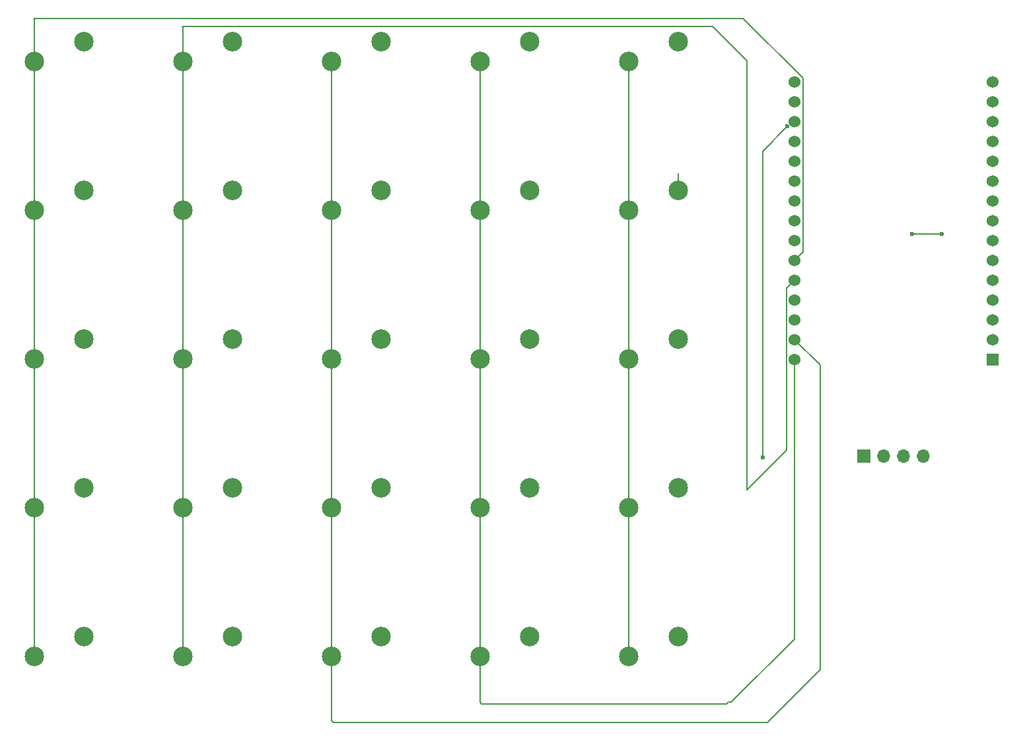
<source format=gbr>
%TF.GenerationSoftware,KiCad,Pcbnew,8.0.6*%
%TF.CreationDate,2024-10-21T09:57:29+07:00*%
%TF.ProjectId,CaiPad25_ESP32,43616950-6164-4323-955f-45535033322e,rev?*%
%TF.SameCoordinates,Original*%
%TF.FileFunction,Copper,L2,Bot*%
%TF.FilePolarity,Positive*%
%FSLAX46Y46*%
G04 Gerber Fmt 4.6, Leading zero omitted, Abs format (unit mm)*
G04 Created by KiCad (PCBNEW 8.0.6) date 2024-10-21 09:57:29*
%MOMM*%
%LPD*%
G01*
G04 APERTURE LIST*
%TA.AperFunction,ComponentPad*%
%ADD10C,2.500000*%
%TD*%
%TA.AperFunction,ComponentPad*%
%ADD11R,1.524000X1.524000*%
%TD*%
%TA.AperFunction,ComponentPad*%
%ADD12C,1.524000*%
%TD*%
%TA.AperFunction,ComponentPad*%
%ADD13R,1.700000X1.700000*%
%TD*%
%TA.AperFunction,ComponentPad*%
%ADD14O,1.700000X1.700000*%
%TD*%
%TA.AperFunction,ViaPad*%
%ADD15C,0.600000*%
%TD*%
%TA.AperFunction,Conductor*%
%ADD16C,0.200000*%
%TD*%
G04 APERTURE END LIST*
D10*
%TO.P,S7,1,1*%
%TO.N,Column 1*%
X62865000Y-64135000D03*
%TO.P,S7,2,2*%
%TO.N,Row 1*%
X69215000Y-61595000D03*
%TD*%
%TO.P,S12,1,1*%
%TO.N,Column 1*%
X62865000Y-83185000D03*
%TO.P,S12,2,2*%
%TO.N,Row 2*%
X69215000Y-80645000D03*
%TD*%
%TO.P,S4,1,1*%
%TO.N,Column 3*%
X100965000Y-45085000D03*
%TO.P,S4,2,2*%
%TO.N,Row 0*%
X107315000Y-42545000D03*
%TD*%
%TO.P,S16,1,1*%
%TO.N,Column 0*%
X43815000Y-102235000D03*
%TO.P,S16,2,2*%
%TO.N,Row 3*%
X50165000Y-99695000D03*
%TD*%
%TO.P,S14,1,1*%
%TO.N,Column 3*%
X100965000Y-83185000D03*
%TO.P,S14,2,2*%
%TO.N,Row 2*%
X107315000Y-80645000D03*
%TD*%
%TO.P,S21,1,1*%
%TO.N,Column 0*%
X43815000Y-121285000D03*
%TO.P,S21,2,2*%
%TO.N,Row 4*%
X50165000Y-118745000D03*
%TD*%
%TO.P,S5,1,1*%
%TO.N,Column 4*%
X120015000Y-45085000D03*
%TO.P,S5,2,2*%
%TO.N,Row 0*%
X126365000Y-42545000D03*
%TD*%
%TO.P,S3,1,1*%
%TO.N,Column 2*%
X81915000Y-45085000D03*
%TO.P,S3,2,2*%
%TO.N,Row 0*%
X88265000Y-42545000D03*
%TD*%
%TO.P,S1,1,1*%
%TO.N,Column 0*%
X43815000Y-45085000D03*
%TO.P,S1,2,2*%
%TO.N,Row 0*%
X50165000Y-42545000D03*
%TD*%
%TO.P,S13,1,1*%
%TO.N,Column 2*%
X81915000Y-83185000D03*
%TO.P,S13,2,2*%
%TO.N,Row 2*%
X88265000Y-80645000D03*
%TD*%
%TO.P,S11,1,1*%
%TO.N,Column 0*%
X43815000Y-83185000D03*
%TO.P,S11,2,2*%
%TO.N,Row 2*%
X50165000Y-80645000D03*
%TD*%
%TO.P,S22,1,1*%
%TO.N,Column 1*%
X62865000Y-121285000D03*
%TO.P,S22,2,2*%
%TO.N,Row 4*%
X69215000Y-118745000D03*
%TD*%
%TO.P,S17,1,1*%
%TO.N,Column 1*%
X62865000Y-102235000D03*
%TO.P,S17,2,2*%
%TO.N,Row 3*%
X69215000Y-99695000D03*
%TD*%
%TO.P,S2,1,1*%
%TO.N,Column 1*%
X62865000Y-45085000D03*
%TO.P,S2,2,2*%
%TO.N,Row 0*%
X69215000Y-42545000D03*
%TD*%
%TO.P,S24,1,1*%
%TO.N,Column 3*%
X100965000Y-121285000D03*
%TO.P,S24,2,2*%
%TO.N,Row 4*%
X107315000Y-118745000D03*
%TD*%
%TO.P,S9,1,1*%
%TO.N,Column 3*%
X100965000Y-64135000D03*
%TO.P,S9,2,2*%
%TO.N,Row 1*%
X107315000Y-61595000D03*
%TD*%
%TO.P,S20,1,1*%
%TO.N,Column 4*%
X120015000Y-102235000D03*
%TO.P,S20,2,2*%
%TO.N,Row 3*%
X126365000Y-99695000D03*
%TD*%
%TO.P,S18,1,1*%
%TO.N,Column 2*%
X81915000Y-102235000D03*
%TO.P,S18,2,2*%
%TO.N,Row 3*%
X88265000Y-99695000D03*
%TD*%
%TO.P,S25,1,1*%
%TO.N,Column 4*%
X120015000Y-121285000D03*
%TO.P,S25,2,2*%
%TO.N,Row 4*%
X126365000Y-118745000D03*
%TD*%
%TO.P,S8,1,1*%
%TO.N,Column 2*%
X81915000Y-64135000D03*
%TO.P,S8,2,2*%
%TO.N,Row 1*%
X88265000Y-61595000D03*
%TD*%
%TO.P,S23,1,1*%
%TO.N,Column 2*%
X81915000Y-121285000D03*
%TO.P,S23,2,2*%
%TO.N,Row 4*%
X88265000Y-118745000D03*
%TD*%
D11*
%TO.P,U1,1,EN*%
%TO.N,unconnected-(U1-EN-Pad1)*%
X166714214Y-83274214D03*
D12*
%TO.P,U1,2,SENSOR_VP*%
%TO.N,unconnected-(U1-SENSOR_VP-Pad2)*%
X166714214Y-80734214D03*
%TO.P,U1,3,SENSOR_VN*%
%TO.N,unconnected-(U1-SENSOR_VN-Pad3)*%
X166714214Y-78194214D03*
%TO.P,U1,4,IO34*%
%TO.N,unconnected-(U1-IO34-Pad4)*%
X166714214Y-75654214D03*
%TO.P,U1,5,IO35*%
%TO.N,unconnected-(U1-IO35-Pad5)*%
X166714214Y-73114214D03*
%TO.P,U1,6,IO32*%
%TO.N,unconnected-(U1-IO32-Pad6)*%
X166714214Y-70574214D03*
%TO.P,U1,7,IO33*%
%TO.N,unconnected-(U1-IO33-Pad7)*%
X166714214Y-68034214D03*
%TO.P,U1,8,IO25*%
%TO.N,Column 4*%
X166714214Y-65494214D03*
%TO.P,U1,9,IO26*%
%TO.N,unconnected-(U1-IO26-Pad9)*%
X166714214Y-62954214D03*
%TO.P,U1,10,IO27*%
%TO.N,unconnected-(U1-IO27-Pad10)*%
X166714214Y-60414214D03*
%TO.P,U1,11,IO14*%
%TO.N,Row 2*%
X166714214Y-57874214D03*
%TO.P,U1,12,IO12*%
%TO.N,Row 1*%
X166714214Y-55334214D03*
%TO.P,U1,13,IO13*%
%TO.N,Row 0*%
X166714214Y-52794214D03*
%TO.P,U1,14,GND*%
%TO.N,unconnected-(U1-GND-Pad14)*%
X166714214Y-50254214D03*
%TO.P,U1,15,VIN*%
%TO.N,unconnected-(U1-VIN-Pad15)*%
X166714214Y-47714214D03*
%TO.P,U1,16,3V3*%
%TO.N,Net-(J1-VCC)*%
X141314214Y-47714214D03*
%TO.P,U1,17,GND*%
%TO.N,Net-(J1-GND)*%
X141314214Y-50254214D03*
%TO.P,U1,18,IO15*%
%TO.N,Row 3*%
X141314214Y-52794214D03*
%TO.P,U1,19,IO2*%
%TO.N,unconnected-(U1-IO2-Pad19)*%
X141314214Y-55334214D03*
%TO.P,U1,20,IO4*%
%TO.N,unconnected-(U1-IO4-Pad20)*%
X141314214Y-57874214D03*
%TO.P,U1,21,IO16*%
%TO.N,Net-(J1-SDA)*%
X141314214Y-60414214D03*
%TO.P,U1,22,IO17*%
%TO.N,Net-(J1-SCL)*%
X141314214Y-62954214D03*
%TO.P,U1,23,IO5*%
%TO.N,unconnected-(U1-IO5-Pad23)*%
X141314214Y-65494214D03*
%TO.P,U1,24,IO18*%
%TO.N,Row 4*%
X141314214Y-68034214D03*
%TO.P,U1,25,IO19*%
%TO.N,Column 0*%
X141314214Y-70574214D03*
%TO.P,U1,26,IO21*%
%TO.N,Column 1*%
X141314214Y-73114214D03*
%TO.P,U1,27,RXD0/IO3*%
%TO.N,unconnected-(U1-RXD0{slash}IO3-Pad27)*%
X141314214Y-75654214D03*
%TO.P,U1,28,TXD0/IO1*%
%TO.N,unconnected-(U1-TXD0{slash}IO1-Pad28)*%
X141314214Y-78194214D03*
%TO.P,U1,29,IO22*%
%TO.N,Column 2*%
X141314214Y-80734214D03*
%TO.P,U1,30,IO23*%
%TO.N,Column 3*%
X141314214Y-83274214D03*
%TD*%
D10*
%TO.P,S10,1,1*%
%TO.N,Column 4*%
X120015000Y-64135000D03*
%TO.P,S10,2,2*%
%TO.N,Row 1*%
X126365000Y-61595000D03*
%TD*%
%TO.P,S15,1,1*%
%TO.N,Column 4*%
X120015000Y-83185000D03*
%TO.P,S15,2,2*%
%TO.N,Row 2*%
X126365000Y-80645000D03*
%TD*%
%TO.P,S19,1,1*%
%TO.N,Column 3*%
X100965000Y-102235000D03*
%TO.P,S19,2,2*%
%TO.N,Row 3*%
X107315000Y-99695000D03*
%TD*%
%TO.P,S6,1,1*%
%TO.N,Column 0*%
X43815000Y-64135000D03*
%TO.P,S6,2,2*%
%TO.N,Row 1*%
X50165000Y-61595000D03*
%TD*%
D13*
%TO.P,J1,1,GND*%
%TO.N,Net-(J1-GND)*%
X150190000Y-95670000D03*
D14*
%TO.P,J1,2,VCC*%
%TO.N,Net-(J1-VCC)*%
X152730000Y-95670000D03*
%TO.P,J1,3,SCL*%
%TO.N,Net-(J1-SCL)*%
X155270000Y-95670000D03*
%TO.P,J1,4,SDA*%
%TO.N,Net-(J1-SDA)*%
X157810000Y-95670000D03*
%TD*%
D15*
%TO.N,Net-(J1-GND)*%
X156400000Y-67200000D03*
X160200000Y-67200000D03*
%TO.N,Row 3*%
X137200000Y-95800000D03*
X140400000Y-53400000D03*
%TD*%
D16*
%TO.N,Net-(J1-GND)*%
X160200000Y-67200000D02*
X156400000Y-67200000D01*
%TO.N,Row 3*%
X137200000Y-56600000D02*
X140400000Y-53400000D01*
X137200000Y-95800000D02*
X137200000Y-56600000D01*
%TO.N,Column 2*%
X82200000Y-129800000D02*
X137800000Y-129800000D01*
X81915000Y-129515000D02*
X82200000Y-129800000D01*
X81915000Y-45085000D02*
X81915000Y-121285000D01*
X137800000Y-129800000D02*
X144600000Y-123000000D01*
X144600000Y-84020000D02*
X141314214Y-80734214D01*
X81915000Y-121285000D02*
X81915000Y-129515000D01*
X144600000Y-123000000D02*
X144600000Y-84020000D01*
%TO.N,Column 0*%
X43815000Y-45085000D02*
X43815000Y-121285000D01*
X142376214Y-69512214D02*
X141314214Y-70574214D01*
X142376214Y-47274319D02*
X142376214Y-69512214D01*
X43815000Y-39615000D02*
X43800000Y-39600000D01*
X43815000Y-45085000D02*
X43815000Y-39615000D01*
X134701895Y-39600000D02*
X142376214Y-47274319D01*
X43800000Y-39600000D02*
X134701895Y-39600000D01*
%TO.N,Column 3*%
X100965000Y-127165000D02*
X101200000Y-127400000D01*
X132600000Y-127400000D02*
X132800000Y-127200000D01*
X100965000Y-121285000D02*
X100965000Y-127165000D01*
X133200000Y-127200000D02*
X141314214Y-119085786D01*
X101200000Y-127400000D02*
X132600000Y-127400000D01*
X132800000Y-127200000D02*
X133200000Y-127200000D01*
X141314214Y-119085786D02*
X141314214Y-83274214D01*
X100965000Y-45085000D02*
X100965000Y-121285000D01*
%TO.N,Column 1*%
X140252214Y-94947786D02*
X140252214Y-74176214D01*
X130800000Y-40600000D02*
X135200000Y-45000000D01*
X62865000Y-121285000D02*
X62865000Y-45085000D01*
X140252214Y-74176214D02*
X141314214Y-73114214D01*
X62865000Y-45085000D02*
X62865000Y-40665000D01*
X62865000Y-40665000D02*
X62800000Y-40600000D01*
X62800000Y-40600000D02*
X130800000Y-40600000D01*
X135200000Y-100000000D02*
X140252214Y-94947786D01*
X135200000Y-45000000D02*
X135200000Y-100000000D01*
%TO.N,Column 4*%
X120015000Y-45085000D02*
X120015000Y-121285000D01*
%TO.N,Row 1*%
X126365000Y-61595000D02*
X126365000Y-59435000D01*
%TD*%
M02*

</source>
